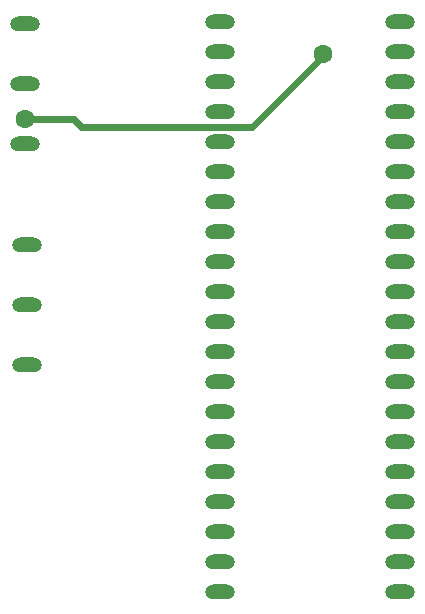
<source format=gbl>
G04 --- HEADER BEGIN --- *
%TF.GenerationSoftware,LibrePCB,LibrePCB,0.1.0*%
%TF.CreationDate,2018-07-25T23:47:17*%
%TF.ProjectId,desklift - other_routing,146e283d-8dba-42bd-9080-c603e88aa634,v1*%
%TF.Part,Single*%
%FSLAX66Y66*%
%MOMM*%
G01*
G74*
G04 --- HEADER END --- *
G04 --- APERTURE LIST BEGIN --- *
%ADD10O,2.54X1.27*%
%ADD11C,1.6*%
%ADD12C,0.6*%
G04 --- APERTURE LIST END --- *
G04 --- BOARD BEGIN --- *
D10*
X43180000Y79851250D03*
X43180000Y69691250D03*
X43180000Y74771250D03*
X43338750Y61118750D03*
X43338750Y50958750D03*
X43338750Y56038750D03*
X74929888Y41909696D03*
X74929888Y67309696D03*
X74929888Y77469696D03*
X74929888Y72389696D03*
X59689888Y57149696D03*
X59689888Y72389696D03*
X74929888Y54609696D03*
X74929888Y34289696D03*
X74929888Y44449696D03*
X59689888Y80009696D03*
X59689888Y54609696D03*
X74929888Y62229696D03*
X59689888Y31749696D03*
X59689888Y62229696D03*
X74929888Y69849696D03*
X59689888Y52069696D03*
X74929888Y31749696D03*
X59689888Y77469696D03*
X74929888Y57149696D03*
X59689888Y59689696D03*
X59689888Y44449696D03*
X74929888Y39369696D03*
X74929888Y46989696D03*
X59689888Y36829696D03*
X74929888Y64769696D03*
X59689888Y67309696D03*
X74929888Y80009696D03*
X74929888Y49529696D03*
X74929888Y52069696D03*
X59689888Y74929696D03*
X59689888Y69849696D03*
X59689888Y64769696D03*
X74929888Y36829696D03*
X59689888Y41909696D03*
X59689888Y46989696D03*
X59689888Y39369696D03*
X74929888Y59689696D03*
X59689888Y34289696D03*
X59689888Y49529696D03*
X74929888Y74929696D03*
D11*
X68381560Y77311344D03*
X43180000Y71755000D03*
D12*
X68381560Y77311344D02*
X68381560Y77112920D01*
X62389536Y71120896D02*
X47943104Y71120896D01*
X47308096Y71755904D02*
X43180000Y71755000D01*
X68381560Y77112920D02*
X62389536Y71120896D01*
X47943104Y71120896D02*
X47308096Y71755904D01*
G04 --- BOARD END --- *
%TF.MD5,4c5ea1419ec076d7df5e91218654906e*%
M02*

</source>
